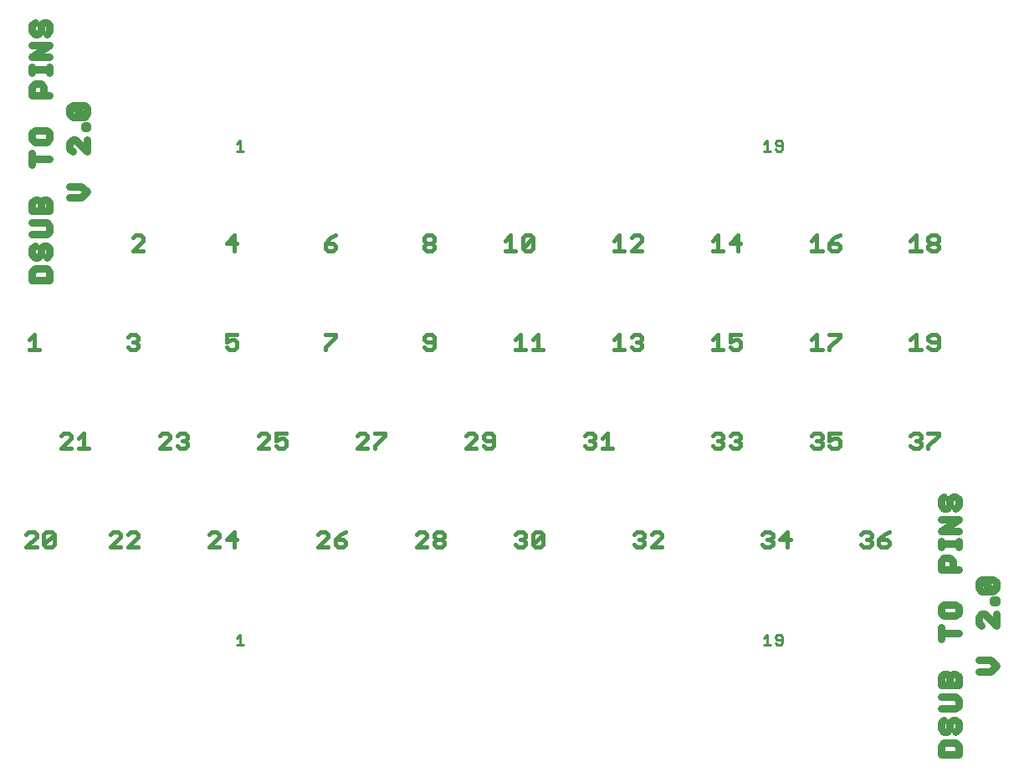
<source format=gto>
G75*
%MOIN*%
%OFA0B0*%
%FSLAX25Y25*%
%IPPOS*%
%LPD*%
%AMOC8*
5,1,8,0,0,1.08239X$1,22.5*
%
%ADD10C,0.01500*%
%ADD11C,0.01000*%
%ADD12C,0.03100*%
D10*
X0006654Y0111533D02*
X0010724Y0115603D01*
X0010724Y0116620D01*
X0009707Y0117638D01*
X0007672Y0117638D01*
X0006654Y0116620D01*
X0006654Y0111533D02*
X0010724Y0111533D01*
X0013652Y0112550D02*
X0017722Y0116620D01*
X0017722Y0112550D01*
X0016705Y0111533D01*
X0014670Y0111533D01*
X0013652Y0112550D01*
X0013652Y0116620D01*
X0014670Y0117638D01*
X0016705Y0117638D01*
X0017722Y0116620D01*
X0040119Y0116620D02*
X0041136Y0117638D01*
X0043171Y0117638D01*
X0044189Y0116620D01*
X0044189Y0115603D01*
X0040119Y0111533D01*
X0044189Y0111533D01*
X0047117Y0111533D02*
X0051187Y0115603D01*
X0051187Y0116620D01*
X0050169Y0117638D01*
X0048134Y0117638D01*
X0047117Y0116620D01*
X0047117Y0111533D02*
X0051187Y0111533D01*
X0079489Y0111533D02*
X0083559Y0115603D01*
X0083559Y0116620D01*
X0082541Y0117638D01*
X0080506Y0117638D01*
X0079489Y0116620D01*
X0079489Y0111533D02*
X0083559Y0111533D01*
X0086487Y0114585D02*
X0089539Y0117638D01*
X0089539Y0111533D01*
X0090557Y0114585D02*
X0086487Y0114585D01*
X0122796Y0116620D02*
X0123813Y0117638D01*
X0125848Y0117638D01*
X0126866Y0116620D01*
X0126866Y0115603D01*
X0122796Y0111533D01*
X0126866Y0111533D01*
X0129794Y0112550D02*
X0130811Y0111533D01*
X0132846Y0111533D01*
X0133864Y0112550D01*
X0133864Y0113568D01*
X0132846Y0114585D01*
X0129794Y0114585D01*
X0129794Y0112550D01*
X0129794Y0114585D02*
X0131829Y0116620D01*
X0133864Y0117638D01*
X0162166Y0116620D02*
X0163183Y0117638D01*
X0165218Y0117638D01*
X0166236Y0116620D01*
X0166236Y0115603D01*
X0162166Y0111533D01*
X0166236Y0111533D01*
X0169164Y0112550D02*
X0169164Y0113568D01*
X0170181Y0114585D01*
X0172216Y0114585D01*
X0173234Y0113568D01*
X0173234Y0112550D01*
X0172216Y0111533D01*
X0170181Y0111533D01*
X0169164Y0112550D01*
X0170181Y0114585D02*
X0169164Y0115603D01*
X0169164Y0116620D01*
X0170181Y0117638D01*
X0172216Y0117638D01*
X0173234Y0116620D01*
X0173234Y0115603D01*
X0172216Y0114585D01*
X0201536Y0112550D02*
X0202553Y0111533D01*
X0204589Y0111533D01*
X0205606Y0112550D01*
X0205606Y0113568D01*
X0204589Y0114585D01*
X0203571Y0114585D01*
X0204589Y0114585D02*
X0205606Y0115603D01*
X0205606Y0116620D01*
X0204589Y0117638D01*
X0202553Y0117638D01*
X0201536Y0116620D01*
X0208534Y0116620D02*
X0208534Y0112550D01*
X0212604Y0116620D01*
X0212604Y0112550D01*
X0211587Y0111533D01*
X0209551Y0111533D01*
X0208534Y0112550D01*
X0208534Y0116620D02*
X0209551Y0117638D01*
X0211587Y0117638D01*
X0212604Y0116620D01*
X0248780Y0116620D02*
X0249798Y0117638D01*
X0251833Y0117638D01*
X0252850Y0116620D01*
X0252850Y0115603D01*
X0251833Y0114585D01*
X0252850Y0113568D01*
X0252850Y0112550D01*
X0251833Y0111533D01*
X0249798Y0111533D01*
X0248780Y0112550D01*
X0250815Y0114585D02*
X0251833Y0114585D01*
X0255778Y0116620D02*
X0256796Y0117638D01*
X0258831Y0117638D01*
X0259848Y0116620D01*
X0259848Y0115603D01*
X0255778Y0111533D01*
X0259848Y0111533D01*
X0299961Y0112550D02*
X0300979Y0111533D01*
X0303014Y0111533D01*
X0304031Y0112550D01*
X0304031Y0113568D01*
X0303014Y0114585D01*
X0301996Y0114585D01*
X0303014Y0114585D02*
X0304031Y0115603D01*
X0304031Y0116620D01*
X0303014Y0117638D01*
X0300979Y0117638D01*
X0299961Y0116620D01*
X0306959Y0114585D02*
X0311029Y0114585D01*
X0310012Y0111533D02*
X0310012Y0117638D01*
X0306959Y0114585D01*
X0339331Y0112550D02*
X0340349Y0111533D01*
X0342384Y0111533D01*
X0343401Y0112550D01*
X0343401Y0113568D01*
X0342384Y0114585D01*
X0341366Y0114585D01*
X0342384Y0114585D02*
X0343401Y0115603D01*
X0343401Y0116620D01*
X0342384Y0117638D01*
X0340349Y0117638D01*
X0339331Y0116620D01*
X0346329Y0114585D02*
X0349382Y0114585D01*
X0350399Y0113568D01*
X0350399Y0112550D01*
X0349382Y0111533D01*
X0347347Y0111533D01*
X0346329Y0112550D01*
X0346329Y0114585D01*
X0348364Y0116620D01*
X0350399Y0117638D01*
X0360034Y0150903D02*
X0359016Y0151920D01*
X0360034Y0150903D02*
X0362069Y0150903D01*
X0363086Y0151920D01*
X0363086Y0152938D01*
X0362069Y0153955D01*
X0361051Y0153955D01*
X0362069Y0153955D02*
X0363086Y0154973D01*
X0363086Y0155990D01*
X0362069Y0157008D01*
X0360034Y0157008D01*
X0359016Y0155990D01*
X0366014Y0157008D02*
X0370084Y0157008D01*
X0370084Y0155990D01*
X0366014Y0151920D01*
X0366014Y0150903D01*
X0330714Y0151920D02*
X0329697Y0150903D01*
X0327662Y0150903D01*
X0326644Y0151920D01*
X0326644Y0153955D02*
X0328679Y0154973D01*
X0329697Y0154973D01*
X0330714Y0153955D01*
X0330714Y0151920D01*
X0326644Y0153955D02*
X0326644Y0157008D01*
X0330714Y0157008D01*
X0323716Y0155990D02*
X0323716Y0154973D01*
X0322699Y0153955D01*
X0323716Y0152938D01*
X0323716Y0151920D01*
X0322699Y0150903D01*
X0320664Y0150903D01*
X0319646Y0151920D01*
X0321681Y0153955D02*
X0322699Y0153955D01*
X0323716Y0155990D02*
X0322699Y0157008D01*
X0320664Y0157008D01*
X0319646Y0155990D01*
X0291344Y0155990D02*
X0291344Y0154973D01*
X0290327Y0153955D01*
X0291344Y0152938D01*
X0291344Y0151920D01*
X0290327Y0150903D01*
X0288292Y0150903D01*
X0287274Y0151920D01*
X0289309Y0153955D02*
X0290327Y0153955D01*
X0291344Y0155990D02*
X0290327Y0157008D01*
X0288292Y0157008D01*
X0287274Y0155990D01*
X0284346Y0155990D02*
X0284346Y0154973D01*
X0283329Y0153955D01*
X0284346Y0152938D01*
X0284346Y0151920D01*
X0283329Y0150903D01*
X0281294Y0150903D01*
X0280276Y0151920D01*
X0282311Y0153955D02*
X0283329Y0153955D01*
X0284346Y0155990D02*
X0283329Y0157008D01*
X0281294Y0157008D01*
X0280276Y0155990D01*
X0280276Y0190273D02*
X0284346Y0190273D01*
X0282311Y0190273D02*
X0282311Y0196378D01*
X0280276Y0194343D01*
X0287274Y0193325D02*
X0289309Y0194343D01*
X0290327Y0194343D01*
X0291344Y0193325D01*
X0291344Y0191290D01*
X0290327Y0190273D01*
X0288292Y0190273D01*
X0287274Y0191290D01*
X0287274Y0193325D02*
X0287274Y0196378D01*
X0291344Y0196378D01*
X0319646Y0194343D02*
X0321681Y0196378D01*
X0321681Y0190273D01*
X0319646Y0190273D02*
X0323716Y0190273D01*
X0326644Y0190273D02*
X0326644Y0191290D01*
X0330714Y0195361D01*
X0330714Y0196378D01*
X0326644Y0196378D01*
X0359016Y0194343D02*
X0361051Y0196378D01*
X0361051Y0190273D01*
X0359016Y0190273D02*
X0363086Y0190273D01*
X0366014Y0191290D02*
X0367032Y0190273D01*
X0369067Y0190273D01*
X0370084Y0191290D01*
X0370084Y0195361D01*
X0369067Y0196378D01*
X0367032Y0196378D01*
X0366014Y0195361D01*
X0366014Y0194343D01*
X0367032Y0193325D01*
X0370084Y0193325D01*
X0369067Y0229643D02*
X0367032Y0229643D01*
X0366014Y0230660D01*
X0366014Y0231678D01*
X0367032Y0232696D01*
X0369067Y0232696D01*
X0370084Y0231678D01*
X0370084Y0230660D01*
X0369067Y0229643D01*
X0367032Y0229643D01*
X0366014Y0230660D01*
X0366014Y0231678D01*
X0367032Y0232696D01*
X0366014Y0233713D01*
X0366014Y0234731D01*
X0367032Y0235748D01*
X0369067Y0235748D01*
X0370084Y0234731D01*
X0370084Y0233713D01*
X0369067Y0232696D01*
X0367032Y0232696D01*
X0366014Y0233713D01*
X0366014Y0234731D01*
X0367032Y0235748D01*
X0369067Y0235748D01*
X0370084Y0234731D01*
X0370084Y0233713D01*
X0369067Y0232696D01*
X0370084Y0231678D01*
X0370084Y0230660D01*
X0369067Y0229643D01*
X0363086Y0229643D02*
X0359016Y0229643D01*
X0363086Y0229643D01*
X0361051Y0229643D02*
X0361051Y0235748D01*
X0359016Y0233713D01*
X0361051Y0235748D01*
X0361051Y0229643D01*
X0330714Y0230660D02*
X0329697Y0229643D01*
X0327662Y0229643D01*
X0326644Y0230660D01*
X0326644Y0232696D01*
X0329697Y0232696D01*
X0330714Y0231678D01*
X0330714Y0230660D01*
X0326644Y0232696D02*
X0328679Y0234731D01*
X0330714Y0235748D01*
X0321681Y0235748D02*
X0321681Y0229643D01*
X0319646Y0229643D02*
X0323716Y0229643D01*
X0319646Y0233713D02*
X0321681Y0235748D01*
X0291344Y0232696D02*
X0287274Y0232696D01*
X0290327Y0235748D01*
X0290327Y0229643D01*
X0284346Y0229643D02*
X0280276Y0229643D01*
X0282311Y0229643D02*
X0282311Y0235748D01*
X0280276Y0233713D01*
X0251974Y0233713D02*
X0251974Y0234731D01*
X0250957Y0235748D01*
X0248922Y0235748D01*
X0247904Y0234731D01*
X0251974Y0233713D02*
X0247904Y0229643D01*
X0251974Y0229643D01*
X0244976Y0229643D02*
X0240906Y0229643D01*
X0242941Y0229643D02*
X0242941Y0235748D01*
X0240906Y0233713D01*
X0208667Y0234731D02*
X0208667Y0230660D01*
X0207650Y0229643D01*
X0205614Y0229643D01*
X0204597Y0230660D01*
X0208667Y0234731D01*
X0207650Y0235748D01*
X0205614Y0235748D01*
X0204597Y0234731D01*
X0204597Y0230660D01*
X0201669Y0229643D02*
X0197599Y0229643D01*
X0199634Y0229643D02*
X0199634Y0235748D01*
X0197599Y0233713D01*
X0169297Y0233713D02*
X0168279Y0232696D01*
X0166244Y0232696D01*
X0165227Y0233713D01*
X0165227Y0234731D01*
X0166244Y0235748D01*
X0168279Y0235748D01*
X0169297Y0234731D01*
X0169297Y0233713D01*
X0168279Y0232696D02*
X0169297Y0231678D01*
X0169297Y0230660D01*
X0168279Y0229643D01*
X0166244Y0229643D01*
X0165227Y0230660D01*
X0165227Y0231678D01*
X0166244Y0232696D01*
X0129927Y0231678D02*
X0128909Y0232696D01*
X0125857Y0232696D01*
X0125857Y0230660D01*
X0126874Y0229643D01*
X0128909Y0229643D01*
X0129927Y0230660D01*
X0129927Y0231678D01*
X0128909Y0232696D01*
X0125857Y0232696D01*
X0127892Y0234731D01*
X0129927Y0235748D01*
X0127892Y0234731D01*
X0125857Y0232696D01*
X0125857Y0230660D01*
X0126874Y0229643D01*
X0128909Y0229643D01*
X0129927Y0230660D01*
X0129927Y0231678D01*
X0129927Y0196378D02*
X0125857Y0196378D01*
X0129927Y0196378D02*
X0129927Y0195361D01*
X0125857Y0191290D01*
X0125857Y0190273D01*
X0090557Y0191290D02*
X0089539Y0190273D01*
X0087504Y0190273D01*
X0086487Y0191290D01*
X0086487Y0193325D02*
X0088522Y0194343D01*
X0089539Y0194343D01*
X0090557Y0193325D01*
X0090557Y0191290D01*
X0086487Y0193325D02*
X0086487Y0196378D01*
X0090557Y0196378D01*
X0089539Y0229643D02*
X0089539Y0235748D01*
X0086487Y0232696D01*
X0090557Y0232696D01*
X0053155Y0233713D02*
X0053155Y0234731D01*
X0052138Y0235748D01*
X0050103Y0235748D01*
X0049085Y0234731D01*
X0053155Y0233713D02*
X0049085Y0229643D01*
X0053155Y0229643D01*
X0050169Y0196378D02*
X0051187Y0195361D01*
X0051187Y0194343D01*
X0050169Y0193325D01*
X0051187Y0192308D01*
X0051187Y0191290D01*
X0050169Y0190273D01*
X0048134Y0190273D01*
X0047117Y0191290D01*
X0048134Y0190273D01*
X0050169Y0190273D01*
X0051187Y0191290D01*
X0051187Y0192308D01*
X0050169Y0193325D01*
X0049152Y0193325D01*
X0050169Y0193325D01*
X0051187Y0194343D01*
X0051187Y0195361D01*
X0050169Y0196378D01*
X0048134Y0196378D01*
X0047117Y0195361D01*
X0048134Y0196378D01*
X0050169Y0196378D01*
X0011817Y0190273D02*
X0007747Y0190273D01*
X0009782Y0190273D02*
X0009782Y0196378D01*
X0007747Y0194343D01*
X0021451Y0157008D02*
X0020434Y0155990D01*
X0021451Y0157008D02*
X0023486Y0157008D01*
X0024504Y0155990D01*
X0024504Y0154973D01*
X0020434Y0150903D01*
X0024504Y0150903D01*
X0027432Y0150903D02*
X0031502Y0150903D01*
X0029467Y0150903D02*
X0029467Y0157008D01*
X0027432Y0154973D01*
X0059804Y0155990D02*
X0060821Y0157008D01*
X0062856Y0157008D01*
X0063874Y0155990D01*
X0063874Y0154973D01*
X0059804Y0150903D01*
X0063874Y0150903D01*
X0066802Y0151920D02*
X0067819Y0150903D01*
X0069854Y0150903D01*
X0070872Y0151920D01*
X0070872Y0152938D01*
X0069854Y0153955D01*
X0068837Y0153955D01*
X0069854Y0153955D02*
X0070872Y0154973D01*
X0070872Y0155990D01*
X0069854Y0157008D01*
X0067819Y0157008D01*
X0066802Y0155990D01*
X0099174Y0155990D02*
X0100191Y0157008D01*
X0102226Y0157008D01*
X0103244Y0155990D01*
X0103244Y0154973D01*
X0099174Y0150903D01*
X0103244Y0150903D01*
X0106172Y0151920D02*
X0107189Y0150903D01*
X0109224Y0150903D01*
X0110242Y0151920D01*
X0110242Y0153955D01*
X0109224Y0154973D01*
X0108207Y0154973D01*
X0106172Y0153955D01*
X0106172Y0157008D01*
X0110242Y0157008D01*
X0138544Y0155990D02*
X0139561Y0157008D01*
X0141596Y0157008D01*
X0142614Y0155990D01*
X0142614Y0154973D01*
X0138544Y0150903D01*
X0142614Y0150903D01*
X0145542Y0150903D02*
X0145542Y0151920D01*
X0149612Y0155990D01*
X0149612Y0157008D01*
X0145542Y0157008D01*
X0181851Y0155990D02*
X0182868Y0157008D01*
X0184904Y0157008D01*
X0185921Y0155990D01*
X0185921Y0154973D01*
X0181851Y0150903D01*
X0185921Y0150903D01*
X0188849Y0151920D02*
X0189866Y0150903D01*
X0191901Y0150903D01*
X0192919Y0151920D01*
X0192919Y0155990D01*
X0191901Y0157008D01*
X0189866Y0157008D01*
X0188849Y0155990D01*
X0188849Y0154973D01*
X0189866Y0153955D01*
X0192919Y0153955D01*
X0229095Y0151920D02*
X0230113Y0150903D01*
X0232148Y0150903D01*
X0233165Y0151920D01*
X0233165Y0152938D01*
X0232148Y0153955D01*
X0231130Y0153955D01*
X0232148Y0153955D02*
X0233165Y0154973D01*
X0233165Y0155990D01*
X0232148Y0157008D01*
X0230113Y0157008D01*
X0229095Y0155990D01*
X0236093Y0154973D02*
X0238128Y0157008D01*
X0238128Y0150903D01*
X0236093Y0150903D02*
X0240163Y0150903D01*
X0240906Y0190273D02*
X0244976Y0190273D01*
X0242941Y0190273D02*
X0242941Y0196378D01*
X0240906Y0194343D01*
X0247904Y0195361D02*
X0248922Y0196378D01*
X0250957Y0196378D01*
X0251974Y0195361D01*
X0251974Y0194343D01*
X0250957Y0193325D01*
X0251974Y0192308D01*
X0251974Y0191290D01*
X0250957Y0190273D01*
X0248922Y0190273D01*
X0247904Y0191290D01*
X0249939Y0193325D02*
X0250957Y0193325D01*
X0212604Y0190273D02*
X0208534Y0190273D01*
X0210569Y0190273D02*
X0210569Y0196378D01*
X0208534Y0194343D01*
X0205606Y0190273D02*
X0201536Y0190273D01*
X0203571Y0190273D02*
X0203571Y0196378D01*
X0201536Y0194343D01*
X0169297Y0193325D02*
X0166244Y0193325D01*
X0165227Y0194343D01*
X0165227Y0195361D01*
X0166244Y0196378D01*
X0168279Y0196378D01*
X0169297Y0195361D01*
X0169297Y0191290D01*
X0168279Y0190273D01*
X0166244Y0190273D01*
X0165227Y0191290D01*
D11*
X0093268Y0072544D02*
X0090599Y0072544D01*
X0091934Y0072544D02*
X0091934Y0076548D01*
X0090599Y0075213D01*
X0300562Y0075213D02*
X0301897Y0076548D01*
X0301897Y0072544D01*
X0303231Y0072544D02*
X0300562Y0072544D01*
X0305166Y0073211D02*
X0305833Y0072544D01*
X0307168Y0072544D01*
X0307835Y0073211D01*
X0307835Y0075880D01*
X0307168Y0076548D01*
X0305833Y0076548D01*
X0305166Y0075880D01*
X0305166Y0075213D01*
X0305833Y0074546D01*
X0307835Y0074546D01*
X0307168Y0269394D02*
X0307835Y0270062D01*
X0307835Y0272731D01*
X0307168Y0273398D01*
X0305833Y0273398D01*
X0305166Y0272731D01*
X0305166Y0272063D01*
X0305833Y0271396D01*
X0307835Y0271396D01*
X0307168Y0269394D02*
X0305833Y0269394D01*
X0305166Y0270062D01*
X0303231Y0269394D02*
X0300562Y0269394D01*
X0301897Y0269394D02*
X0301897Y0273398D01*
X0300562Y0272063D01*
X0093268Y0269394D02*
X0090599Y0269394D01*
X0091934Y0269394D02*
X0091934Y0273398D01*
X0090599Y0272063D01*
D12*
X0030850Y0273809D02*
X0030850Y0269205D01*
X0026246Y0273809D01*
X0025095Y0273809D01*
X0023944Y0272658D01*
X0023944Y0270356D01*
X0025095Y0269205D01*
X0015850Y0266136D02*
X0008944Y0266136D01*
X0008944Y0263834D02*
X0008944Y0268438D01*
X0010095Y0273042D02*
X0014699Y0273042D01*
X0015850Y0274193D01*
X0015850Y0276495D01*
X0014699Y0277646D01*
X0010095Y0277646D01*
X0008944Y0276495D01*
X0008944Y0274193D01*
X0010095Y0273042D01*
X0023944Y0284168D02*
X0023944Y0286470D01*
X0025095Y0287621D01*
X0029699Y0283017D01*
X0030850Y0284168D01*
X0030850Y0286470D01*
X0029699Y0287621D01*
X0025095Y0287621D01*
X0023944Y0284168D02*
X0025095Y0283017D01*
X0029699Y0283017D01*
X0029699Y0279564D02*
X0030850Y0279564D01*
X0030850Y0278413D01*
X0029699Y0278413D01*
X0029699Y0279564D01*
X0015850Y0291458D02*
X0008944Y0291458D01*
X0008944Y0294911D01*
X0010095Y0296062D01*
X0012397Y0296062D01*
X0013548Y0294911D01*
X0013548Y0291458D01*
X0015850Y0300666D02*
X0015850Y0302968D01*
X0015850Y0301817D02*
X0008944Y0301817D01*
X0008944Y0300666D02*
X0008944Y0302968D01*
X0008944Y0306804D02*
X0015850Y0311408D01*
X0008944Y0311408D01*
X0008944Y0306804D02*
X0015850Y0306804D01*
X0014699Y0316012D02*
X0015850Y0317163D01*
X0015850Y0319465D01*
X0014699Y0320616D01*
X0013548Y0320616D01*
X0012397Y0319465D01*
X0012397Y0317163D01*
X0011246Y0316012D01*
X0010095Y0316012D01*
X0008944Y0317163D01*
X0008944Y0319465D01*
X0010095Y0320616D01*
X0023944Y0255394D02*
X0028548Y0255394D01*
X0030850Y0253092D01*
X0028548Y0250790D01*
X0023944Y0250790D01*
X0015850Y0248871D02*
X0015850Y0245418D01*
X0008944Y0245418D01*
X0008944Y0248871D01*
X0010095Y0250022D01*
X0011246Y0250022D01*
X0012397Y0248871D01*
X0012397Y0245418D01*
X0012397Y0248871D02*
X0013548Y0250022D01*
X0014699Y0250022D01*
X0015850Y0248871D01*
X0014699Y0240815D02*
X0008944Y0240815D01*
X0008944Y0236211D02*
X0014699Y0236211D01*
X0015850Y0237362D01*
X0015850Y0239664D01*
X0014699Y0240815D01*
X0014699Y0231607D02*
X0013548Y0231607D01*
X0012397Y0230456D01*
X0012397Y0228154D01*
X0011246Y0227003D01*
X0010095Y0227003D01*
X0008944Y0228154D01*
X0008944Y0230456D01*
X0010095Y0231607D01*
X0014699Y0231607D02*
X0015850Y0230456D01*
X0015850Y0228154D01*
X0014699Y0227003D01*
X0014699Y0222399D02*
X0010095Y0222399D01*
X0008944Y0221248D01*
X0008944Y0217795D01*
X0015850Y0217795D01*
X0015850Y0221248D01*
X0014699Y0222399D01*
X0371149Y0130489D02*
X0371149Y0128187D01*
X0372300Y0127036D01*
X0373451Y0127036D01*
X0374602Y0128187D01*
X0374602Y0130489D01*
X0375753Y0131640D01*
X0376904Y0131640D01*
X0378055Y0130489D01*
X0378055Y0128187D01*
X0376904Y0127036D01*
X0372300Y0131640D02*
X0371149Y0130489D01*
X0371149Y0122432D02*
X0378055Y0122432D01*
X0371149Y0117828D01*
X0378055Y0117828D01*
X0378055Y0113991D02*
X0378055Y0111689D01*
X0378055Y0112840D02*
X0371149Y0112840D01*
X0371149Y0111689D02*
X0371149Y0113991D01*
X0372300Y0107085D02*
X0374602Y0107085D01*
X0375753Y0105934D01*
X0375753Y0102481D01*
X0378055Y0102481D02*
X0371149Y0102481D01*
X0371149Y0105934D01*
X0372300Y0107085D01*
X0386149Y0097494D02*
X0386149Y0095192D01*
X0387300Y0094041D01*
X0391904Y0094041D01*
X0387300Y0098645D01*
X0391904Y0098645D01*
X0393055Y0097494D01*
X0393055Y0095192D01*
X0391904Y0094041D01*
X0391904Y0090588D02*
X0393055Y0090588D01*
X0393055Y0089437D01*
X0391904Y0089437D01*
X0391904Y0090588D01*
X0393055Y0084833D02*
X0393055Y0080229D01*
X0388451Y0084833D01*
X0387300Y0084833D01*
X0386149Y0083682D01*
X0386149Y0081380D01*
X0387300Y0080229D01*
X0378055Y0077160D02*
X0371149Y0077160D01*
X0371149Y0074858D02*
X0371149Y0079462D01*
X0372300Y0084066D02*
X0376904Y0084066D01*
X0378055Y0085217D01*
X0378055Y0087519D01*
X0376904Y0088670D01*
X0372300Y0088670D01*
X0371149Y0087519D01*
X0371149Y0085217D01*
X0372300Y0084066D01*
X0386149Y0097494D02*
X0387300Y0098645D01*
X0386149Y0066417D02*
X0390753Y0066417D01*
X0393055Y0064115D01*
X0390753Y0061813D01*
X0386149Y0061813D01*
X0378055Y0059895D02*
X0378055Y0056442D01*
X0371149Y0056442D01*
X0371149Y0059895D01*
X0372300Y0061046D01*
X0373451Y0061046D01*
X0374602Y0059895D01*
X0374602Y0056442D01*
X0374602Y0059895D02*
X0375753Y0061046D01*
X0376904Y0061046D01*
X0378055Y0059895D01*
X0376904Y0051838D02*
X0371149Y0051838D01*
X0376904Y0051838D02*
X0378055Y0050687D01*
X0378055Y0048385D01*
X0376904Y0047234D01*
X0371149Y0047234D01*
X0372300Y0042630D02*
X0371149Y0041479D01*
X0371149Y0039177D01*
X0372300Y0038026D01*
X0373451Y0038026D01*
X0374602Y0039177D01*
X0374602Y0041479D01*
X0375753Y0042630D01*
X0376904Y0042630D01*
X0378055Y0041479D01*
X0378055Y0039177D01*
X0376904Y0038026D01*
X0376904Y0033422D02*
X0372300Y0033422D01*
X0371149Y0032271D01*
X0371149Y0028819D01*
X0378055Y0028819D01*
X0378055Y0032271D01*
X0376904Y0033422D01*
M02*

</source>
